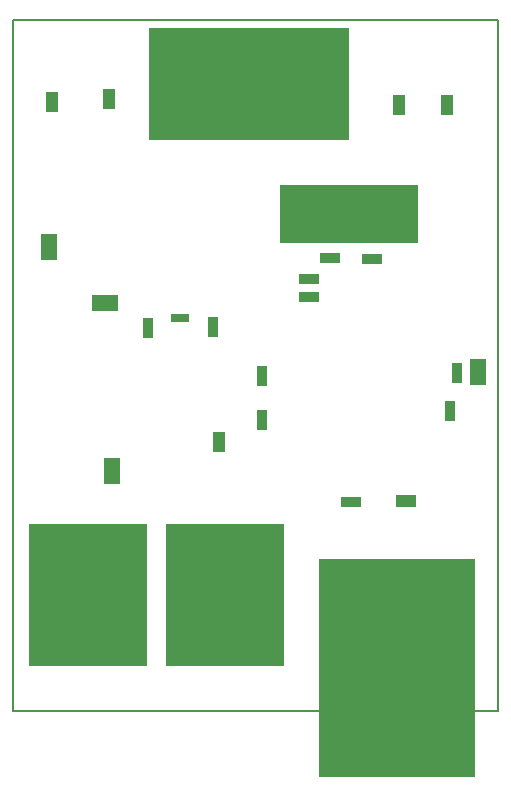
<source format=gbo>
%FSLAX25Y25*%
%MOIN*%
G70*
G01*
G75*
G04 Layer_Color=32896*
%ADD10R,0.21654X0.07874*%
%ADD11R,0.22047X0.22047*%
%ADD12R,0.07874X0.04724*%
%ADD13R,0.00866X0.05906*%
%ADD14R,0.05906X0.00866*%
%ADD15R,0.03937X0.03937*%
%ADD16R,0.03937X0.03937*%
%ADD17R,0.03740X0.02756*%
%ADD18R,0.05118X0.03937*%
%ADD19R,0.06614X0.07874*%
%ADD20R,0.02362X0.05709*%
%ADD21R,0.05709X0.02362*%
%ADD22C,0.03150*%
%ADD23C,0.01063*%
%ADD24C,0.01000*%
%ADD25C,0.00945*%
%ADD26C,0.03937*%
%ADD27R,0.46063X0.19685*%
%ADD28R,0.07087X0.03937*%
%ADD29R,0.66929X0.37402*%
%ADD30R,0.03937X0.07087*%
%ADD31R,0.39370X0.47244*%
%ADD32R,0.51968X0.72835*%
%ADD33R,0.06496X0.02756*%
%ADD34R,0.03543X0.06693*%
%ADD35R,0.08661X0.05709*%
%ADD36R,0.05709X0.08661*%
%ADD37R,0.06693X0.03543*%
%ADD38C,0.04921*%
%ADD39R,0.07874X0.07874*%
%ADD40C,0.00787*%
%ADD41C,0.07874*%
%ADD42C,0.05906*%
%ADD43C,0.13780*%
%ADD44C,0.05000*%
%ADD45C,0.03937*%
%ADD46C,0.01969*%
%ADD47C,0.00394*%
%ADD48R,0.22453X0.08674*%
%ADD49R,0.22847X0.22847*%
%ADD50R,0.08674X0.05524*%
%ADD51R,0.01666X0.06706*%
%ADD52R,0.06706X0.01666*%
%ADD53R,0.04737X0.04737*%
%ADD54R,0.04737X0.04737*%
%ADD55R,0.04540X0.03556*%
%ADD56R,0.05918X0.04737*%
%ADD57R,0.07414X0.08674*%
%ADD58R,0.03162X0.06509*%
%ADD59R,0.06509X0.03162*%
%ADD60C,0.08674*%
%ADD61C,0.06706*%
%ADD62C,0.14579*%
%ADD63C,0.05800*%
%ADD64C,0.04737*%
G54D27*
X493148Y165500D02*
D03*
G54D28*
X512148Y70000D02*
D03*
G54D29*
X459648Y208972D02*
D03*
G54D30*
X525648Y202000D02*
D03*
X509648D02*
D03*
X413148Y204000D02*
D03*
X394148Y203000D02*
D03*
X449648Y89500D02*
D03*
G54D31*
X451758Y38618D02*
D03*
X406258D02*
D03*
G54D32*
X509246Y14291D02*
D03*
G54D33*
X436648Y131000D02*
D03*
G54D34*
X447648Y128000D02*
D03*
X426148Y127500D02*
D03*
X529148Y112500D02*
D03*
X464148Y97000D02*
D03*
X526648Y100000D02*
D03*
X464148Y111500D02*
D03*
G54D35*
X411648Y136000D02*
D03*
G54D36*
X414148Y80000D02*
D03*
X536148Y113000D02*
D03*
X393148Y154500D02*
D03*
G54D37*
X500648Y150500D02*
D03*
X486648Y151000D02*
D03*
X493648Y69500D02*
D03*
X479648Y138000D02*
D03*
Y144000D02*
D03*
G54D38*
X440940Y213619D02*
X440367Y214398D01*
X439404Y214310D01*
X438981Y213440D01*
X439506Y212628D01*
X440472Y212658D01*
X440947Y213500D01*
X460625Y213619D02*
X460052Y214398D01*
X459089Y214310D01*
X458666Y213440D01*
X459191Y212628D01*
X460157Y212658D01*
X460632Y213500D01*
X480310Y213619D02*
X479737Y214398D01*
X478774Y214310D01*
X478351Y213440D01*
X478876Y212628D01*
X479842Y212658D01*
X480317Y213500D01*
X457671Y53066D02*
X458245Y52287D01*
X459207Y52375D01*
X459630Y53245D01*
X459105Y54057D01*
X458139Y54027D01*
X457664Y53185D01*
X412171Y53066D02*
X412745Y52287D01*
X413707Y52375D01*
X414130Y53245D01*
X413605Y54057D01*
X412639Y54027D01*
X412164Y53185D01*
X496767Y33984D02*
X497546Y34557D01*
X497458Y35520D01*
X496588Y35943D01*
X495777Y35418D01*
X495806Y34451D01*
X496648Y33976D01*
X501787Y44023D02*
X502565Y44596D01*
X502478Y45559D01*
X501608Y45982D01*
X500796Y45457D01*
X500826Y44491D01*
X501668Y44016D01*
X506807Y33984D02*
X507585Y34557D01*
X507497Y35520D01*
X506628Y35943D01*
X505816Y35418D01*
X505845Y34451D01*
X506687Y33976D01*
X511826Y44023D02*
X512605Y44596D01*
X512517Y45559D01*
X511648Y45982D01*
X510836Y45457D01*
X510865Y44491D01*
X511707Y44016D01*
X516846Y33984D02*
X517625Y34557D01*
X517537Y35520D01*
X516667Y35943D01*
X515855Y35418D01*
X515885Y34451D01*
X516727Y33976D01*
X521866Y44023D02*
X522644Y44596D01*
X522556Y45559D01*
X521687Y45982D01*
X520875Y45457D01*
X520904Y44491D01*
X521746Y44016D01*
G54D39*
X444869Y33500D02*
D03*
X399369D02*
D03*
G54D40*
X542648Y0D02*
X381231D01*
X542648Y230315D02*
X381231D01*
X542648Y0D02*
Y230315D01*
X381231Y0D02*
Y230315D01*
M02*

</source>
